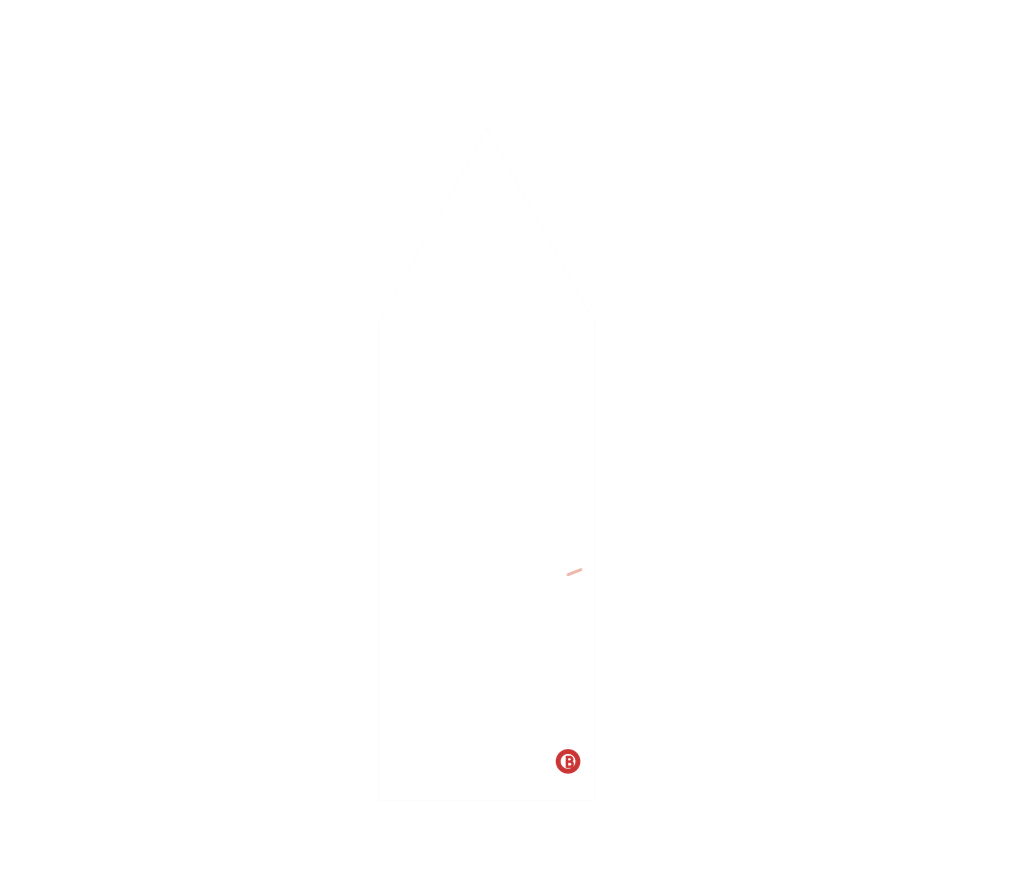
<source format=kicad_pcb>
(kicad_pcb (version 20171130) (host pcbnew "(5.1.10)-1")

  (general
    (thickness 1.6)
    (drawings 47)
    (tracks 0)
    (zones 0)
    (modules 0)
    (nets 1)
  )

  (page A0)
  (layers
    (0 F.Cu signal)
    (31 B.Cu signal hide)
    (32 B.Adhes user hide)
    (33 F.Adhes user hide)
    (34 B.Paste user)
    (35 F.Paste user hide)
    (36 B.SilkS user)
    (37 F.SilkS user hide)
    (38 B.Mask user hide)
    (39 F.Mask user hide)
    (40 Dwgs.User user)
    (41 Cmts.User user)
    (42 Eco1.User user)
    (43 Eco2.User user hide)
    (44 Edge.Cuts user)
    (45 Margin user)
    (46 B.CrtYd user hide)
    (47 F.CrtYd user)
    (48 B.Fab user hide)
    (49 F.Fab user hide)
  )

  (setup
    (last_trace_width 0.25)
    (trace_clearance 0.2)
    (zone_clearance 0.508)
    (zone_45_only no)
    (trace_min 0.2)
    (via_size 0.8)
    (via_drill 0.4)
    (via_min_size 0.4)
    (via_min_drill 0.3)
    (uvia_size 0.3)
    (uvia_drill 0.1)
    (uvias_allowed no)
    (uvia_min_size 0.2)
    (uvia_min_drill 0.1)
    (edge_width 0.05)
    (segment_width 0.2)
    (pcb_text_width 0.3)
    (pcb_text_size 1.5 1.5)
    (mod_edge_width 0.12)
    (mod_text_size 1 1)
    (mod_text_width 0.15)
    (pad_size 1.524 1.524)
    (pad_drill 0.762)
    (pad_to_mask_clearance 0)
    (aux_axis_origin 0 0)
    (visible_elements 7FFFFFFF)
    (pcbplotparams
      (layerselection 0x010fc_ffffffff)
      (usegerberextensions false)
      (usegerberattributes true)
      (usegerberadvancedattributes true)
      (creategerberjobfile true)
      (excludeedgelayer true)
      (linewidth 0.150000)
      (plotframeref false)
      (viasonmask false)
      (mode 1)
      (useauxorigin false)
      (hpglpennumber 1)
      (hpglpenspeed 20)
      (hpglpendiameter 15.000000)
      (psnegative false)
      (psa4output false)
      (plotreference true)
      (plotvalue true)
      (plotinvisibletext false)
      (padsonsilk false)
      (subtractmaskfromsilk false)
      (outputformat 1)
      (mirror false)
      (drillshape 1)
      (scaleselection 1)
      (outputdirectory ""))
  )

  (net 0 "")

  (net_class Default "To jest domyślna klasa połączeń."
    (clearance 0.2)
    (trace_width 0.25)
    (via_dia 0.8)
    (via_drill 0.4)
    (uvia_dia 0.3)
    (uvia_drill 0.1)
  )

  (gr_line (start -412.5 -774.5) (end -412.5 113.5) (layer Dwgs.User) (width 0.15))
  (gr_line (start 628.5 -774.5) (end -412.5 -774.5) (layer Dwgs.User) (width 0.15))
  (gr_line (start 628.5 111) (end 628.5 -774.5) (layer Dwgs.User) (width 0.15))
  (gr_line (start -409.5 111) (end 628.5 111) (layer Dwgs.User) (width 0.15))
  (gr_line (start 86 -470) (end 82.5 -490) (layer Margin) (width 2))
  (gr_line (start 178 -195) (end 165 -190) (layer B.SilkS) (width 3))
  (gr_line (start 82.5 -120) (end 101 -111) (layer Dwgs.User) (width 0.15))
  (gr_text 6 (at 83 -490) (layer F.CrtYd) (tstamp 6102A2A3)
    (effects (font (size 5 5) (thickness 1.25)))
  )
  (gr_text 5 (at 0 -399.5) (layer F.CrtYd) (tstamp 6102A2A3)
    (effects (font (size 5 5) (thickness 1.25)))
  )
  (gr_text 4 (at 0 -260) (layer F.CrtYd) (tstamp 6102A2A3)
    (effects (font (size 5 5) (thickness 1.25)))
  )
  (gr_text 3 (at 165.5 -189.5) (layer F.CrtYd) (tstamp 6102A2A3)
    (effects (font (size 5 5) (thickness 1.25)))
  )
  (gr_text 2 (at 83 -120) (layer F.CrtYd) (tstamp 6102A2A3)
    (effects (font (size 5 5) (thickness 1.25)))
  )
  (gr_circle (center 82.5 -490) (end 91.360023 -490) (layer F.CrtYd) (width 5) (tstamp 61029DEA))
  (gr_circle (center 0 -400) (end 8.860023 -400) (layer F.CrtYd) (width 5) (tstamp 61029DCD))
  (gr_circle (center 0 -260) (end 8.860023 -260) (layer F.CrtYd) (width 5) (tstamp 61029D9D))
  (gr_circle (center 165 -190) (end 173.860023 -190) (layer F.CrtYd) (width 5) (tstamp 61029D71))
  (gr_circle (center 82.5 -120) (end 91.360023 -120) (layer F.CrtYd) (width 5) (tstamp 61029D56))
  (gr_text 1 (at 82.5 0) (layer F.CrtYd)
    (effects (font (size 5 5) (thickness 1.25)))
  )
  (gr_circle (center 82.5 0) (end 91.360023 0) (layer F.CrtYd) (width 5) (tstamp 61029D1D))
  (gr_line (start 83 -500) (end 30 -522) (layer Eco2.User) (width 0.15))
  (gr_text F (at 83 -599) (layer Cmts.User)
    (effects (font (size 10 10) (thickness 2)))
  )
  (gr_text E (at 161.5 -448.5) (layer Dwgs.User)
    (effects (font (size 10 10) (thickness 2)))
  )
  (gr_text D (at 1 -448) (layer Margin)
    (effects (font (size 10 10) (thickness 2)))
  )
  (gr_text C (at 82 -260.5) (layer Eco1.User)
    (effects (font (size 10 10) (thickness 1)))
  )
  (gr_text B (at 166.5 1) (layer F.Cu)
    (effects (font (size 10 10) (thickness 2.5)))
  )
  (gr_text A (at 1.5 0) (layer B.Paste)
    (effects (font (size 10 10) (thickness 2)) (justify mirror))
  )
  (gr_circle (center 82.5 -600) (end 92.5 -600) (layer Cmts.User) (width 5) (tstamp 60F589F2))
  (gr_circle (center 165 -450) (end 293 -450) (layer Dwgs.User) (width 5) (tstamp 60F589E4))
  (gr_circle (center 0 -450) (end 133 -450) (layer Margin) (width 5) (tstamp 60F589D5))
  (gr_line (start 82.5 40) (end 192.5 40) (layer Edge.Cuts) (width 0.05) (tstamp 60F589AE))
  (gr_line (start 192.5 -446) (end 82 -644.5) (layer Edge.Cuts) (width 0.05) (tstamp 60F589AD))
  (gr_line (start 192.5 40) (end 192.5 -446) (layer Edge.Cuts) (width 0.05) (tstamp 60F589AC))
  (gr_line (start -27.5 -446) (end 83 -644.5) (layer Edge.Cuts) (width 0.05))
  (gr_line (start -27.5 40) (end -27.5 -446) (layer Edge.Cuts) (width 0.05))
  (gr_line (start 82.5 40) (end -27.5 40) (layer Edge.Cuts) (width 0.05))
  (gr_line (start 165 -450) (end 165 0) (layer Cmts.User) (width 0.15) (tstamp 60F58903))
  (gr_line (start 165 0) (end 82.5 0) (layer Cmts.User) (width 0.15) (tstamp 60F588F6))
  (gr_line (start 0 0) (end 0 -450) (layer Cmts.User) (width 0.15))
  (gr_circle (center 165 0) (end 175 0) (layer F.Cu) (width 5) (tstamp 60ED94BF))
  (gr_text 24 (at 158 -310.5) (layer Eco1.User)
    (effects (font (size 1 1) (thickness 0.15)))
  )
  (gr_line (start 82.5 0) (end 82.5 -260) (layer Cmts.User) (width 0.15))
  (gr_line (start 0 0) (end 82.5 0) (layer Cmts.User) (width 0.15))
  (gr_circle (center 145 0) (end 329 0) (layer B.Adhes) (width 5))
  (gr_circle (center 0 0) (end 98 0) (layer F.Mask) (width 5))
  (gr_circle (center 82.5 -260) (end 314.5 -260) (layer Eco1.User) (width 5) (tstamp 60ED94A2))
  (gr_circle (center 0 0) (end 10 0) (layer B.Paste) (width 5))
  (gr_circle (center 0 0) (end 1 1) (layer Dwgs.User) (width 0.1))

)

</source>
